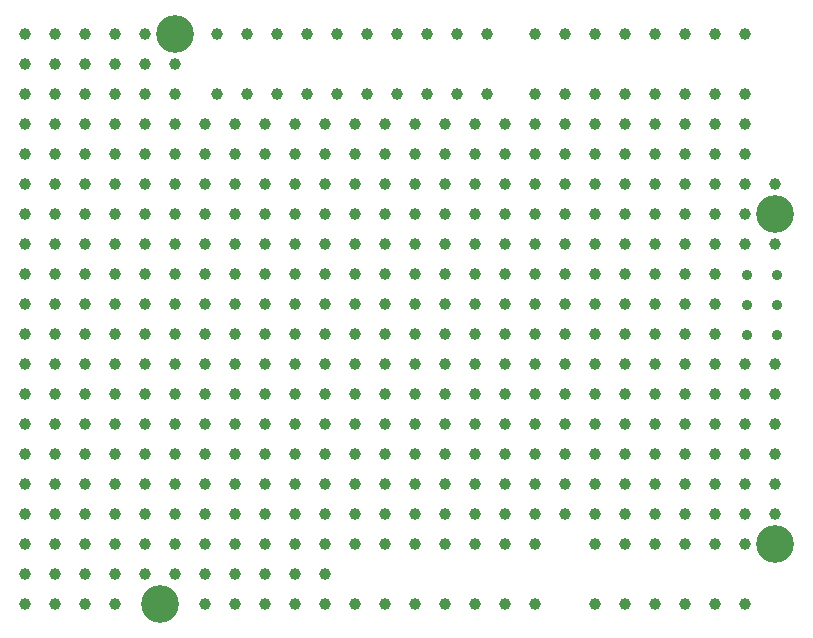
<source format=gbr>
%FSTAX23Y23*%
%MOIN*%
%SFA1B1*%

%IPPOS*%
%ADD25C,0.039370*%
%ADD26C,0.039370*%
%ADD27C,0.035430*%
%ADD28C,0.125980*%
%LN451PCB-COM_Arduino_ProtoShield_Board_v1_pth_drill*%
%LPD*%
G54D25*
X011Y002D03*
G54D26*
X0164Y018D03*
X0154D03*
X0144D03*
X0134D03*
X0124D03*
X0114D03*
X0104D03*
X0094D03*
X0084D03*
X0074D03*
X0164Y02D03*
X0154D03*
X0144D03*
X0134D03*
X0124D03*
X0114D03*
X0104D03*
X0094D03*
X0084D03*
X0074D03*
X001Y001D03*
X002D03*
X003D03*
X004D03*
X007D03*
X008D03*
X009D03*
X01D03*
X001Y02D03*
X002D03*
X003D03*
X004D03*
X005D03*
X001Y019D03*
X002D03*
X003D03*
X004D03*
X005D03*
X006D03*
X001Y018D03*
X002D03*
X003D03*
X004D03*
X005D03*
X006D03*
X001Y002D03*
X002D03*
X003D03*
X004D03*
X005D03*
X006D03*
X007D03*
X008D03*
X009D03*
X01D03*
X001Y003D03*
X002D03*
X003D03*
X004D03*
X005D03*
X006D03*
X007D03*
X008D03*
X009D03*
X01D03*
X006Y017D03*
X007D03*
X008D03*
X009D03*
X01D03*
X011D03*
X012D03*
X013D03*
X014D03*
X015D03*
X016D03*
X017D03*
X018D03*
X019D03*
X02D03*
X021D03*
X022D03*
X023D03*
X024D03*
X025D03*
X001D03*
X002D03*
X003D03*
X004D03*
X005D03*
X023Y018D03*
X024D03*
X018D03*
X025D03*
X021D03*
X02D03*
X019D03*
X022D03*
X023Y02D03*
X024D03*
X018D03*
X025D03*
X021D03*
X02D03*
X019D03*
X022D03*
X015Y003D03*
X012D03*
X013D03*
X014D03*
X018D03*
X011D03*
X017D03*
X016D03*
X015Y001D03*
X012D03*
X013D03*
X014D03*
X018D03*
X011D03*
X017D03*
X016D03*
X001Y016D03*
X002D03*
X003D03*
X004D03*
X005D03*
X016D03*
X017D03*
X018D03*
X019D03*
X02D03*
X021D03*
X022D03*
X023D03*
X024D03*
X025D03*
X006D03*
X007D03*
X008D03*
X009D03*
X01D03*
X011D03*
X012D03*
X013D03*
X014D03*
X015D03*
X001Y015D03*
X002D03*
X003D03*
X004D03*
X005D03*
X006D03*
X017D03*
X018D03*
X019D03*
X02D03*
X021D03*
X022D03*
X023D03*
X024D03*
X025D03*
X026D03*
X007D03*
X008D03*
X009D03*
X01D03*
X011D03*
X012D03*
X013D03*
X014D03*
X015D03*
X016D03*
X001Y014D03*
X002D03*
X003D03*
X004D03*
X005D03*
X016D03*
X017D03*
X018D03*
X019D03*
X02D03*
X021D03*
X022D03*
X023D03*
X024D03*
X025D03*
X006D03*
X007D03*
X008D03*
X009D03*
X01D03*
X011D03*
X012D03*
X013D03*
X014D03*
X015D03*
X001Y013D03*
X002D03*
X003D03*
X004D03*
X005D03*
X006D03*
X017D03*
X018D03*
X019D03*
X02D03*
X021D03*
X022D03*
X023D03*
X024D03*
X025D03*
X026D03*
X007D03*
X008D03*
X009D03*
X01D03*
X011D03*
X012D03*
X013D03*
X014D03*
X015D03*
X016D03*
X001Y012D03*
X002D03*
X003D03*
X004D03*
X015D03*
X016D03*
X017D03*
X018D03*
X019D03*
X02D03*
X021D03*
X022D03*
X023D03*
X024D03*
X005D03*
X006D03*
X007D03*
X008D03*
X009D03*
X01D03*
X011D03*
X012D03*
X013D03*
X014D03*
X001Y011D03*
X002D03*
X003D03*
X004D03*
X015D03*
X016D03*
X017D03*
X018D03*
X019D03*
X02D03*
X021D03*
X022D03*
X023D03*
X024D03*
X005D03*
X006D03*
X007D03*
X008D03*
X009D03*
X01D03*
X011D03*
X012D03*
X013D03*
X014D03*
X001Y01D03*
X002D03*
X003D03*
X004D03*
X015D03*
X016D03*
X017D03*
X018D03*
X019D03*
X02D03*
X021D03*
X022D03*
X023D03*
X024D03*
X005D03*
X006D03*
X007D03*
X008D03*
X009D03*
X01D03*
X011D03*
X012D03*
X013D03*
X014D03*
X001Y009D03*
X002D03*
X003D03*
X004D03*
X005D03*
X006D03*
X017D03*
X018D03*
X019D03*
X02D03*
X021D03*
X022D03*
X023D03*
X024D03*
X025D03*
X026D03*
X007D03*
X008D03*
X009D03*
X01D03*
X011D03*
X012D03*
X013D03*
X014D03*
X015D03*
X016D03*
X001Y008D03*
X002D03*
X003D03*
X004D03*
X005D03*
X006D03*
X017D03*
X018D03*
X019D03*
X02D03*
X021D03*
X022D03*
X023D03*
X024D03*
X025D03*
X026D03*
X007D03*
X008D03*
X009D03*
X01D03*
X011D03*
X012D03*
X013D03*
X014D03*
X015D03*
X016D03*
X001Y007D03*
X002D03*
X003D03*
X004D03*
X005D03*
X006D03*
X017D03*
X018D03*
X019D03*
X02D03*
X021D03*
X022D03*
X023D03*
X024D03*
X025D03*
X026D03*
X007D03*
X008D03*
X009D03*
X01D03*
X011D03*
X012D03*
X013D03*
X014D03*
X015D03*
X016D03*
X001Y006D03*
X002D03*
X003D03*
X004D03*
X005D03*
X006D03*
X017D03*
X018D03*
X019D03*
X02D03*
X021D03*
X022D03*
X023D03*
X024D03*
X025D03*
X026D03*
X007D03*
X008D03*
X009D03*
X01D03*
X011D03*
X012D03*
X013D03*
X014D03*
X015D03*
X016D03*
X001Y005D03*
X002D03*
X003D03*
X004D03*
X005D03*
X006D03*
X017D03*
X018D03*
X019D03*
X02D03*
X021D03*
X022D03*
X023D03*
X024D03*
X025D03*
X026D03*
X007D03*
X008D03*
X009D03*
X01D03*
X011D03*
X012D03*
X013D03*
X014D03*
X015D03*
X016D03*
X007Y004D03*
X008D03*
X009D03*
X01D03*
X011D03*
X012D03*
X013D03*
X014D03*
X015D03*
X016D03*
X017D03*
X018D03*
X019D03*
X02D03*
X021D03*
X022D03*
X023D03*
X024D03*
X025D03*
X026D03*
X025Y003D03*
X024D03*
X023D03*
X022D03*
X021D03*
X02D03*
X025Y001D03*
X024D03*
X023D03*
X022D03*
X021D03*
X02D03*
X001Y004D03*
X002D03*
X003D03*
X004D03*
X005D03*
X006D03*
G54D27*
X02605Y00998D03*
X02505D03*
X02605Y01098D03*
X02505D03*
X02605Y01198D03*
X02505D03*
G54D28*
X026Y003D03*
Y014D03*
X0055Y001D03*
X006Y02D03*
M02*
</source>
